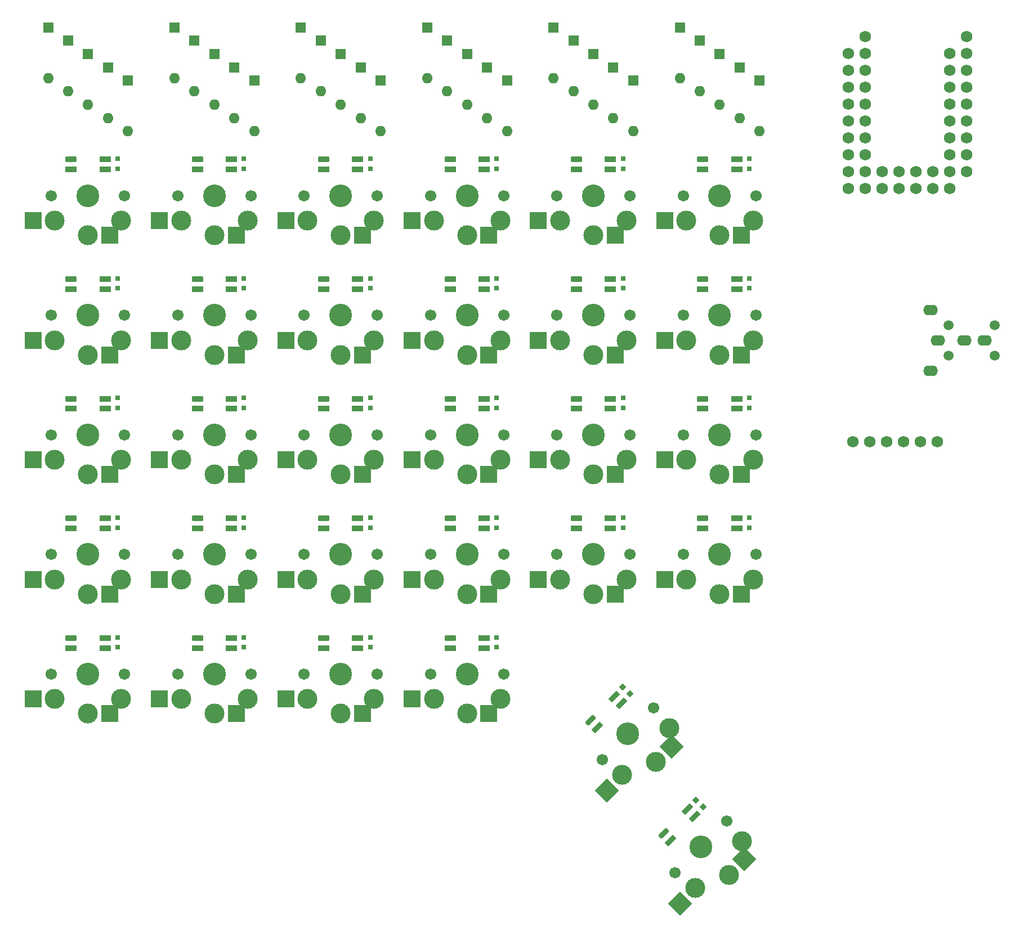
<source format=gbr>
%TF.GenerationSoftware,KiCad,Pcbnew,(6.0.2)*%
%TF.CreationDate,2022-04-13T18:01:38+02:00*%
%TF.ProjectId,SPKB,53504b42-2e6b-4696-9361-645f70636258,rev?*%
%TF.SameCoordinates,Original*%
%TF.FileFunction,Soldermask,Bot*%
%TF.FilePolarity,Negative*%
%FSLAX46Y46*%
G04 Gerber Fmt 4.6, Leading zero omitted, Abs format (unit mm)*
G04 Created by KiCad (PCBNEW (6.0.2)) date 2022-04-13 18:01:38*
%MOMM*%
%LPD*%
G01*
G04 APERTURE LIST*
G04 Aperture macros list*
%AMRoundRect*
0 Rectangle with rounded corners*
0 $1 Rounding radius*
0 $2 $3 $4 $5 $6 $7 $8 $9 X,Y pos of 4 corners*
0 Add a 4 corners polygon primitive as box body*
4,1,4,$2,$3,$4,$5,$6,$7,$8,$9,$2,$3,0*
0 Add four circle primitives for the rounded corners*
1,1,$1+$1,$2,$3*
1,1,$1+$1,$4,$5*
1,1,$1+$1,$6,$7*
1,1,$1+$1,$8,$9*
0 Add four rect primitives between the rounded corners*
20,1,$1+$1,$2,$3,$4,$5,0*
20,1,$1+$1,$4,$5,$6,$7,0*
20,1,$1+$1,$6,$7,$8,$9,0*
20,1,$1+$1,$8,$9,$2,$3,0*%
%AMRotRect*
0 Rectangle, with rotation*
0 The origin of the aperture is its center*
0 $1 length*
0 $2 width*
0 $3 Rotation angle, in degrees counterclockwise*
0 Add horizontal line*
21,1,$1,$2,0,0,$3*%
G04 Aperture macros list end*
%ADD10C,1.752600*%
%ADD11C,1.701800*%
%ADD12C,3.000000*%
%ADD13C,3.429000*%
%ADD14R,2.600000X2.600000*%
%ADD15RoundRect,0.205000X-0.645000X-0.205000X0.645000X-0.205000X0.645000X0.205000X-0.645000X0.205000X0*%
%ADD16R,0.750000X0.800000*%
%ADD17R,1.700000X0.820000*%
%ADD18R,1.600000X1.600000*%
%ADD19O,1.600000X1.600000*%
%ADD20RotRect,2.600000X2.600000X45.000000*%
%ADD21RoundRect,0.205000X-0.311127X-0.601041X0.601041X0.311127X0.311127X0.601041X-0.601041X-0.311127X0*%
%ADD22RotRect,0.800000X0.750000X135.000000*%
%ADD23RotRect,1.700000X0.820000X45.000000*%
%ADD24C,1.500000*%
%ADD25O,2.200000X1.600000*%
G04 APERTURE END LIST*
D10*
%TO.C,J1*%
X166700000Y-92000000D03*
X154000000Y-92000000D03*
X156540000Y-92000000D03*
X159080000Y-92000000D03*
X161620000Y-92000000D03*
X164160000Y-92000000D03*
%TD*%
D11*
%TO.C,SW20*%
X101500000Y-55000000D03*
D12*
X101000000Y-58750000D03*
X96000000Y-60950000D03*
D11*
X90500000Y-55000000D03*
D13*
X96000000Y-55000000D03*
D12*
X91000000Y-58750000D03*
D14*
X99275000Y-60950000D03*
X87725000Y-58750000D03*
D15*
X93450000Y-49560000D03*
D16*
X100450000Y-50950000D03*
D17*
X93450000Y-51060000D03*
X98550000Y-51060000D03*
X98550000Y-49560000D03*
D16*
X100450000Y-49450000D03*
%TD*%
D11*
%TO.C,SW22*%
X90500000Y-91000000D03*
D12*
X96000000Y-96950000D03*
X91000000Y-94750000D03*
D13*
X96000000Y-91000000D03*
D12*
X101000000Y-94750000D03*
D11*
X101500000Y-91000000D03*
D14*
X99275000Y-96950000D03*
X87725000Y-94750000D03*
D15*
X93450000Y-85560000D03*
D17*
X93450000Y-87060000D03*
D16*
X100450000Y-86950000D03*
D17*
X98550000Y-87060000D03*
X98550000Y-85560000D03*
D16*
X100450000Y-85450000D03*
%TD*%
D11*
%TO.C,SW0*%
X139500000Y-55000000D03*
D12*
X139000000Y-58750000D03*
D11*
X128500000Y-55000000D03*
D12*
X134000000Y-60950000D03*
D13*
X134000000Y-55000000D03*
D12*
X129000000Y-58750000D03*
D14*
X137275000Y-60950000D03*
X125725000Y-58750000D03*
D15*
X131450000Y-49560000D03*
D16*
X138450000Y-50950000D03*
D17*
X131450000Y-51060000D03*
X136550000Y-51060000D03*
X136550000Y-49560000D03*
D16*
X138450000Y-49450000D03*
%TD*%
D11*
%TO.C,SW21*%
X90500000Y-73000000D03*
D12*
X96000000Y-78950000D03*
X101000000Y-76750000D03*
X91000000Y-76750000D03*
D11*
X101500000Y-73000000D03*
D13*
X96000000Y-73000000D03*
D14*
X99275000Y-78950000D03*
X87725000Y-76750000D03*
D15*
X93450000Y-67560000D03*
D16*
X100450000Y-68950000D03*
D17*
X93450000Y-69060000D03*
X98550000Y-69060000D03*
X98550000Y-67560000D03*
D16*
X100450000Y-67450000D03*
%TD*%
D11*
%TO.C,SW52*%
X33500000Y-91000000D03*
D12*
X34000000Y-94750000D03*
X39000000Y-96950000D03*
D11*
X44500000Y-91000000D03*
D13*
X39000000Y-91000000D03*
D12*
X44000000Y-94750000D03*
D14*
X42275000Y-96950000D03*
X30725000Y-94750000D03*
D15*
X36450000Y-85560000D03*
D16*
X43450000Y-86950000D03*
D17*
X36450000Y-87060000D03*
X41550000Y-87060000D03*
X41550000Y-85560000D03*
D16*
X43450000Y-85450000D03*
%TD*%
D18*
%TO.C,D13*%
X112000000Y-31690000D03*
D19*
X112000000Y-39310000D03*
%TD*%
D12*
%TO.C,SW54*%
X44000000Y-130750000D03*
D11*
X44500000Y-127000000D03*
D12*
X39000000Y-132950000D03*
D13*
X39000000Y-127000000D03*
D11*
X33500000Y-127000000D03*
D12*
X34000000Y-130750000D03*
D14*
X42275000Y-132950000D03*
X30725000Y-130750000D03*
D15*
X36450000Y-121560000D03*
D16*
X43450000Y-122950000D03*
D17*
X36450000Y-123060000D03*
X41550000Y-123060000D03*
X41550000Y-121560000D03*
D16*
X43450000Y-121450000D03*
%TD*%
D11*
%TO.C,SW34*%
X82500000Y-127000000D03*
D13*
X77000000Y-127000000D03*
D11*
X71500000Y-127000000D03*
D12*
X72000000Y-130750000D03*
X77000000Y-132950000D03*
X82000000Y-130750000D03*
D14*
X80275000Y-132950000D03*
X68725000Y-130750000D03*
D15*
X74450000Y-121560000D03*
D16*
X81450000Y-122950000D03*
D17*
X74450000Y-123060000D03*
X79550000Y-123060000D03*
X79550000Y-121560000D03*
D16*
X81450000Y-121450000D03*
%TD*%
D12*
%TO.C,SW50*%
X39000000Y-60950000D03*
D11*
X33500000Y-55000000D03*
D12*
X34000000Y-58750000D03*
X44000000Y-58750000D03*
D11*
X44500000Y-55000000D03*
D13*
X39000000Y-55000000D03*
D14*
X42275000Y-60950000D03*
X30725000Y-58750000D03*
D15*
X36450000Y-49560000D03*
D16*
X43450000Y-50950000D03*
D17*
X36450000Y-51060000D03*
X41550000Y-51060000D03*
X41550000Y-49560000D03*
D16*
X43450000Y-49450000D03*
%TD*%
D18*
%TO.C,D31*%
X80000000Y-35690000D03*
D19*
X80000000Y-43310000D03*
%TD*%
D18*
%TO.C,D40*%
X64000000Y-37690000D03*
D19*
X64000000Y-45310000D03*
%TD*%
D18*
%TO.C,D34*%
X71000000Y-29690000D03*
D19*
X71000000Y-37310000D03*
%TD*%
D18*
%TO.C,D20*%
X102000000Y-37690000D03*
D19*
X102000000Y-45310000D03*
%TD*%
D13*
%TO.C,SW13*%
X115000000Y-109000000D03*
D11*
X109500000Y-109000000D03*
D12*
X120000000Y-112750000D03*
X115000000Y-114950000D03*
X110000000Y-112750000D03*
D11*
X120500000Y-109000000D03*
D14*
X118275000Y-114950000D03*
X106725000Y-112750000D03*
D15*
X112450000Y-103560000D03*
D16*
X119450000Y-104950000D03*
D17*
X112450000Y-105060000D03*
X117550000Y-105060000D03*
D16*
X119450000Y-103450000D03*
D17*
X117550000Y-103560000D03*
%TD*%
D18*
%TO.C,D1*%
X137000000Y-35690000D03*
D19*
X137000000Y-43310000D03*
%TD*%
D12*
%TO.C,SW32*%
X72000000Y-94750000D03*
D11*
X82500000Y-91000000D03*
D13*
X77000000Y-91000000D03*
D12*
X77000000Y-96950000D03*
D11*
X71500000Y-91000000D03*
D12*
X82000000Y-94750000D03*
D14*
X80275000Y-96950000D03*
X68725000Y-94750000D03*
D15*
X74450000Y-85560000D03*
D17*
X74450000Y-87060000D03*
D16*
X81450000Y-86950000D03*
D17*
X79550000Y-87060000D03*
D16*
X81450000Y-85450000D03*
D17*
X79550000Y-85560000D03*
%TD*%
D18*
%TO.C,D14*%
X109000000Y-29690000D03*
D19*
X109000000Y-37310000D03*
%TD*%
D18*
%TO.C,D0*%
X140000000Y-37690000D03*
D19*
X140000000Y-45310000D03*
%TD*%
D12*
%TO.C,SW41*%
X58000000Y-78950000D03*
X53000000Y-76750000D03*
D11*
X63500000Y-73000000D03*
D12*
X63000000Y-76750000D03*
D13*
X58000000Y-73000000D03*
D11*
X52500000Y-73000000D03*
D14*
X61275000Y-78950000D03*
X49725000Y-76750000D03*
D15*
X55450000Y-67560000D03*
D16*
X62450000Y-68950000D03*
D17*
X55450000Y-69060000D03*
X60550000Y-69060000D03*
D16*
X62450000Y-67450000D03*
D17*
X60550000Y-67560000D03*
%TD*%
D18*
%TO.C,D2*%
X134000000Y-33690000D03*
D19*
X134000000Y-41310000D03*
%TD*%
D18*
%TO.C,D41*%
X61000000Y-35690000D03*
D19*
X61000000Y-43310000D03*
%TD*%
D18*
%TO.C,D53*%
X36000000Y-31690000D03*
D19*
X36000000Y-39310000D03*
%TD*%
D12*
%TO.C,SW44*%
X63000000Y-130750000D03*
X53000000Y-130750000D03*
D13*
X58000000Y-127000000D03*
D11*
X52500000Y-127000000D03*
X63500000Y-127000000D03*
D12*
X58000000Y-132950000D03*
D14*
X61275000Y-132950000D03*
X49725000Y-130750000D03*
D15*
X55450000Y-121560000D03*
D17*
X55450000Y-123060000D03*
D16*
X62450000Y-122950000D03*
D17*
X60550000Y-123060000D03*
X60550000Y-121560000D03*
D16*
X62450000Y-121450000D03*
%TD*%
D18*
%TO.C,D3*%
X131000000Y-31690000D03*
D19*
X131000000Y-39310000D03*
%TD*%
D12*
%TO.C,SW11*%
X120000000Y-76750000D03*
D13*
X115000000Y-73000000D03*
D11*
X109500000Y-73000000D03*
X120500000Y-73000000D03*
D12*
X115000000Y-78950000D03*
X110000000Y-76750000D03*
D14*
X118275000Y-78950000D03*
X106725000Y-76750000D03*
D15*
X112450000Y-67560000D03*
D17*
X112450000Y-69060000D03*
D16*
X119450000Y-68950000D03*
D17*
X117550000Y-69060000D03*
D16*
X119450000Y-67450000D03*
D17*
X117550000Y-67560000D03*
%TD*%
D18*
%TO.C,D54*%
X33000000Y-29690000D03*
D19*
X33000000Y-37310000D03*
%TD*%
D12*
%TO.C,SW42*%
X63000000Y-94750000D03*
X58000000Y-96950000D03*
D13*
X58000000Y-91000000D03*
D11*
X63500000Y-91000000D03*
D12*
X53000000Y-94750000D03*
D11*
X52500000Y-91000000D03*
D14*
X61275000Y-96950000D03*
X49725000Y-94750000D03*
D15*
X55450000Y-85560000D03*
D16*
X62450000Y-86950000D03*
D17*
X55450000Y-87060000D03*
X60550000Y-87060000D03*
D16*
X62450000Y-85450000D03*
D17*
X60550000Y-85560000D03*
%TD*%
D12*
%TO.C,SW3*%
X129000000Y-112750000D03*
D13*
X134000000Y-109000000D03*
D12*
X139000000Y-112750000D03*
X134000000Y-114950000D03*
D11*
X128500000Y-109000000D03*
X139500000Y-109000000D03*
D14*
X137275000Y-114950000D03*
X125725000Y-112750000D03*
D15*
X131450000Y-103560000D03*
D17*
X131450000Y-105060000D03*
D16*
X138450000Y-104950000D03*
D17*
X136550000Y-105060000D03*
X136550000Y-103560000D03*
D16*
X138450000Y-103450000D03*
%TD*%
D18*
%TO.C,D24*%
X90000000Y-29690000D03*
D19*
X90000000Y-37310000D03*
%TD*%
D18*
%TO.C,D43*%
X55000000Y-31690000D03*
D19*
X55000000Y-39310000D03*
%TD*%
D18*
%TO.C,D12*%
X115000000Y-33690000D03*
D19*
X115000000Y-41310000D03*
%TD*%
D18*
%TO.C,D4*%
X128000000Y-29690000D03*
D19*
X128000000Y-37310000D03*
%TD*%
D12*
%TO.C,SW24*%
X91000000Y-130750000D03*
D13*
X96000000Y-127000000D03*
D11*
X90500000Y-127000000D03*
D12*
X96000000Y-132950000D03*
D11*
X101500000Y-127000000D03*
D12*
X101000000Y-130750000D03*
D14*
X99275000Y-132950000D03*
X87725000Y-130750000D03*
D15*
X93450000Y-121560000D03*
D17*
X93450000Y-123060000D03*
D16*
X100450000Y-122950000D03*
D17*
X98550000Y-123060000D03*
D16*
X100450000Y-121450000D03*
D17*
X98550000Y-121560000D03*
%TD*%
D12*
%TO.C,SW14*%
X126387184Y-135116117D03*
X124407285Y-140207285D03*
D11*
X124089087Y-132110913D03*
X116310913Y-139889087D03*
D13*
X120200000Y-136000000D03*
D12*
X119316117Y-142187184D03*
D20*
X126723060Y-137891511D03*
X117000342Y-144502959D03*
D21*
X114550217Y-133956461D03*
D22*
X120482843Y-129989592D03*
D23*
X115610877Y-135017122D03*
X119217122Y-131410877D03*
D22*
X119422183Y-128928932D03*
D23*
X118156461Y-130350217D03*
%TD*%
D18*
%TO.C,D44*%
X52000000Y-29690000D03*
D19*
X52000000Y-37310000D03*
%TD*%
D18*
%TO.C,D30*%
X83000000Y-37690000D03*
D19*
X83000000Y-45310000D03*
%TD*%
D18*
%TO.C,D10*%
X121000000Y-37690000D03*
D19*
X121000000Y-45310000D03*
%TD*%
D18*
%TO.C,D42*%
X58000000Y-33690000D03*
D19*
X58000000Y-41310000D03*
%TD*%
D13*
%TO.C,SW33*%
X77000000Y-109000000D03*
D12*
X72000000Y-112750000D03*
D11*
X82500000Y-109000000D03*
D12*
X82000000Y-112750000D03*
X77000000Y-114950000D03*
D11*
X71500000Y-109000000D03*
D14*
X80275000Y-114950000D03*
X68725000Y-112750000D03*
D15*
X74450000Y-103560000D03*
D17*
X74450000Y-105060000D03*
D16*
X81450000Y-104950000D03*
D17*
X79550000Y-105060000D03*
D16*
X81450000Y-103450000D03*
D17*
X79550000Y-103560000D03*
%TD*%
D18*
%TO.C,D51*%
X42000000Y-35690000D03*
D19*
X42000000Y-43310000D03*
%TD*%
D11*
%TO.C,SW1*%
X139500000Y-73000000D03*
D13*
X134000000Y-73000000D03*
D11*
X128500000Y-73000000D03*
D12*
X129000000Y-76750000D03*
X134000000Y-78950000D03*
X139000000Y-76750000D03*
D14*
X137275000Y-78950000D03*
X125725000Y-76750000D03*
D15*
X131450000Y-67560000D03*
D16*
X138450000Y-68950000D03*
D17*
X131450000Y-69060000D03*
X136550000Y-69060000D03*
D16*
X138450000Y-67450000D03*
D17*
X136550000Y-67560000D03*
%TD*%
D11*
%TO.C,SW23*%
X101500000Y-109000000D03*
D13*
X96000000Y-109000000D03*
D12*
X91000000Y-112750000D03*
D11*
X90500000Y-109000000D03*
D12*
X96000000Y-114950000D03*
X101000000Y-112750000D03*
D14*
X99275000Y-114950000D03*
X87725000Y-112750000D03*
D15*
X93450000Y-103560000D03*
D16*
X100450000Y-104950000D03*
D17*
X93450000Y-105060000D03*
X98550000Y-105060000D03*
X98550000Y-103560000D03*
D16*
X100450000Y-103450000D03*
%TD*%
D13*
%TO.C,SW30*%
X77000000Y-55000000D03*
D12*
X72000000Y-58750000D03*
D11*
X71500000Y-55000000D03*
X82500000Y-55000000D03*
D12*
X82000000Y-58750000D03*
X77000000Y-60950000D03*
D14*
X80275000Y-60950000D03*
X68725000Y-58750000D03*
D15*
X74450000Y-49560000D03*
D17*
X74450000Y-51060000D03*
D16*
X81450000Y-50950000D03*
D17*
X79550000Y-51060000D03*
D16*
X81450000Y-49450000D03*
D17*
X79550000Y-49560000D03*
%TD*%
D18*
%TO.C,D11*%
X118000000Y-35690000D03*
D19*
X118000000Y-43310000D03*
%TD*%
D12*
%TO.C,SW4*%
X135407285Y-157207285D03*
X130316117Y-159187184D03*
D11*
X127310913Y-156889087D03*
D12*
X137387184Y-152116117D03*
D13*
X131200000Y-153000000D03*
D11*
X135089087Y-149110913D03*
D20*
X137723060Y-154891511D03*
X128000342Y-161502959D03*
D21*
X125550217Y-150956461D03*
D23*
X126610877Y-152017122D03*
D22*
X131482843Y-146989592D03*
D23*
X130217122Y-148410877D03*
X129156461Y-147350217D03*
D22*
X130422183Y-145928932D03*
%TD*%
D24*
%TO.C,T1*%
X175400000Y-74500000D03*
X168400000Y-74500000D03*
X175400000Y-79100000D03*
X168400000Y-79100000D03*
D25*
X165700000Y-72200000D03*
X165700000Y-81400000D03*
X166800000Y-76800000D03*
X170800000Y-76800000D03*
X173800000Y-76800000D03*
%TD*%
D12*
%TO.C,SW43*%
X58000000Y-114950000D03*
D13*
X58000000Y-109000000D03*
D11*
X52500000Y-109000000D03*
X63500000Y-109000000D03*
D12*
X63000000Y-112750000D03*
X53000000Y-112750000D03*
D14*
X61275000Y-114950000D03*
X49725000Y-112750000D03*
D15*
X55450000Y-103560000D03*
D16*
X62450000Y-104950000D03*
D17*
X55450000Y-105060000D03*
X60550000Y-105060000D03*
D16*
X62450000Y-103450000D03*
D17*
X60550000Y-103560000D03*
%TD*%
D12*
%TO.C,SW2*%
X134000000Y-96950000D03*
D13*
X134000000Y-91000000D03*
D11*
X128500000Y-91000000D03*
X139500000Y-91000000D03*
D12*
X139000000Y-94750000D03*
X129000000Y-94750000D03*
D14*
X137275000Y-96950000D03*
X125725000Y-94750000D03*
D15*
X131450000Y-85560000D03*
D16*
X138450000Y-86950000D03*
D17*
X131450000Y-87060000D03*
X136550000Y-87060000D03*
D16*
X138450000Y-85450000D03*
D17*
X136550000Y-85560000D03*
%TD*%
D11*
%TO.C,SW12*%
X120500000Y-91000000D03*
D12*
X120000000Y-94750000D03*
D11*
X109500000Y-91000000D03*
D12*
X110000000Y-94750000D03*
X115000000Y-96950000D03*
D13*
X115000000Y-91000000D03*
D14*
X118275000Y-96950000D03*
X106725000Y-94750000D03*
D15*
X112450000Y-85560000D03*
D17*
X112450000Y-87060000D03*
D16*
X119450000Y-86950000D03*
D17*
X117550000Y-87060000D03*
X117550000Y-85560000D03*
D16*
X119450000Y-85450000D03*
%TD*%
D18*
%TO.C,D21*%
X99000000Y-35690000D03*
D19*
X99000000Y-43310000D03*
%TD*%
D10*
%TO.C,U1*%
X171160000Y-31050000D03*
X153380000Y-33590000D03*
X171160000Y-33590000D03*
X153380000Y-36130000D03*
X171160000Y-36130000D03*
X153380000Y-38670000D03*
X153380000Y-41210000D03*
X171160000Y-38670000D03*
X171160000Y-41210000D03*
X153380000Y-43750000D03*
X153380000Y-46290000D03*
X171160000Y-43750000D03*
X153380000Y-48830000D03*
X171160000Y-46290000D03*
X153380000Y-51370000D03*
X171160000Y-48830000D03*
X153380000Y-53910000D03*
X171160000Y-51370000D03*
X155920000Y-53910000D03*
X166080000Y-51370000D03*
X158460000Y-53910000D03*
X163540000Y-51370000D03*
X161000000Y-53910000D03*
X163540000Y-53910000D03*
X161000000Y-51370000D03*
X158460000Y-51370000D03*
X166080000Y-53910000D03*
X155920000Y-51370000D03*
X168620000Y-53910000D03*
X155920000Y-48830000D03*
X155920000Y-46290000D03*
X168620000Y-48830000D03*
X155920000Y-43750000D03*
X168620000Y-46290000D03*
X168620000Y-43750000D03*
X155920000Y-41210000D03*
X168620000Y-41210000D03*
X155920000Y-38670000D03*
X168620000Y-38670000D03*
X155920000Y-36130000D03*
X168620000Y-36130000D03*
X155920000Y-33590000D03*
X168620000Y-33590000D03*
X155920000Y-31050000D03*
X168620000Y-51370000D03*
%TD*%
D18*
%TO.C,D22*%
X96000000Y-33690000D03*
D19*
X96000000Y-41310000D03*
%TD*%
D12*
%TO.C,SW31*%
X77000000Y-78950000D03*
X82000000Y-76750000D03*
D11*
X82500000Y-73000000D03*
D13*
X77000000Y-73000000D03*
D12*
X72000000Y-76750000D03*
D11*
X71500000Y-73000000D03*
D14*
X80275000Y-78950000D03*
X68725000Y-76750000D03*
D15*
X74450000Y-67560000D03*
D16*
X81450000Y-68950000D03*
D17*
X74450000Y-69060000D03*
X79550000Y-69060000D03*
D16*
X81450000Y-67450000D03*
D17*
X79550000Y-67560000D03*
%TD*%
D13*
%TO.C,SW51*%
X39000000Y-73000000D03*
D12*
X39000000Y-78950000D03*
D11*
X33500000Y-73000000D03*
D12*
X34000000Y-76750000D03*
D11*
X44500000Y-73000000D03*
D12*
X44000000Y-76750000D03*
D14*
X42275000Y-78950000D03*
X30725000Y-76750000D03*
D15*
X36450000Y-67560000D03*
D17*
X36450000Y-69060000D03*
D16*
X43450000Y-68950000D03*
D17*
X41550000Y-69060000D03*
D16*
X43450000Y-67450000D03*
D17*
X41550000Y-67560000D03*
%TD*%
D11*
%TO.C,SW40*%
X52500000Y-55000000D03*
D13*
X58000000Y-55000000D03*
D12*
X53000000Y-58750000D03*
D11*
X63500000Y-55000000D03*
D12*
X63000000Y-58750000D03*
X58000000Y-60950000D03*
D14*
X61275000Y-60950000D03*
X49725000Y-58750000D03*
D15*
X55450000Y-49560000D03*
D17*
X55450000Y-51060000D03*
D16*
X62450000Y-50950000D03*
D17*
X60550000Y-51060000D03*
X60550000Y-49560000D03*
D16*
X62450000Y-49450000D03*
%TD*%
D18*
%TO.C,D50*%
X45000000Y-37690000D03*
D19*
X45000000Y-45310000D03*
%TD*%
D18*
%TO.C,D32*%
X77000000Y-33690000D03*
D19*
X77000000Y-41310000D03*
%TD*%
D12*
%TO.C,SW10*%
X115000000Y-60950000D03*
D13*
X115000000Y-55000000D03*
D11*
X120500000Y-55000000D03*
X109500000Y-55000000D03*
D12*
X120000000Y-58750000D03*
X110000000Y-58750000D03*
D14*
X118275000Y-60950000D03*
X106725000Y-58750000D03*
D15*
X112450000Y-49560000D03*
D16*
X119450000Y-50950000D03*
D17*
X112450000Y-51060000D03*
X117550000Y-51060000D03*
X117550000Y-49560000D03*
D16*
X119450000Y-49450000D03*
%TD*%
D18*
%TO.C,D33*%
X74000000Y-31690000D03*
D19*
X74000000Y-39310000D03*
%TD*%
D12*
%TO.C,SW53*%
X39000000Y-114950000D03*
X44000000Y-112750000D03*
D11*
X44500000Y-109000000D03*
D13*
X39000000Y-109000000D03*
D11*
X33500000Y-109000000D03*
D12*
X34000000Y-112750000D03*
D14*
X42275000Y-114950000D03*
X30725000Y-112750000D03*
D15*
X36450000Y-103560000D03*
D16*
X43450000Y-104950000D03*
D17*
X36450000Y-105060000D03*
X41550000Y-105060000D03*
X41550000Y-103560000D03*
D16*
X43450000Y-103450000D03*
%TD*%
D18*
%TO.C,D23*%
X93000000Y-31690000D03*
D19*
X93000000Y-39310000D03*
%TD*%
D18*
%TO.C,D52*%
X39000000Y-33690000D03*
D19*
X39000000Y-41310000D03*
%TD*%
M02*

</source>
